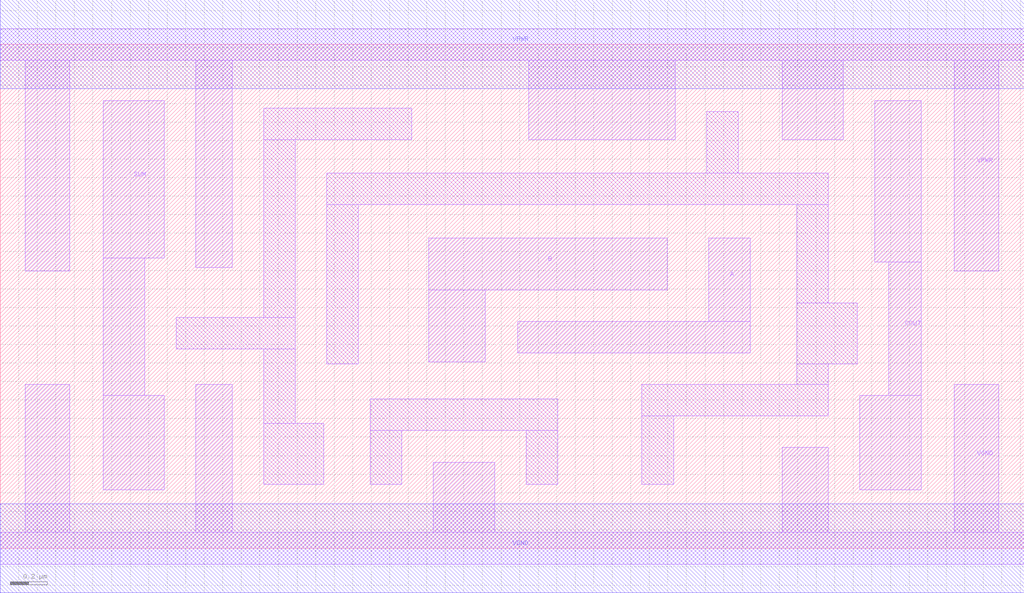
<source format=lef>
# Copyright 2020 The SkyWater PDK Authors
#
# Licensed under the Apache License, Version 2.0 (the "License");
# you may not use this file except in compliance with the License.
# You may obtain a copy of the License at
#
#     https://www.apache.org/licenses/LICENSE-2.0
#
# Unless required by applicable law or agreed to in writing, software
# distributed under the License is distributed on an "AS IS" BASIS,
# WITHOUT WARRANTIES OR CONDITIONS OF ANY KIND, either express or implied.
# See the License for the specific language governing permissions and
# limitations under the License.
#
# SPDX-License-Identifier: Apache-2.0

VERSION 5.5 ;
NAMESCASESENSITIVE ON ;
BUSBITCHARS "[]" ;
DIVIDERCHAR "/" ;
MACRO sky130_fd_sc_hd__ha_2
  CLASS CORE ;
  SOURCE USER ;
  ORIGIN  0.000000  0.000000 ;
  SIZE  5.520000 BY  2.720000 ;
  SYMMETRY X Y R90 ;
  SITE unithd ;
  PIN A
    ANTENNAGATEAREA  0.318000 ;
    DIRECTION INPUT ;
    USE SIGNAL ;
    PORT
      LAYER li1 ;
        RECT 2.790000 1.055000 4.045000 1.225000 ;
        RECT 3.820000 1.225000 4.045000 1.675000 ;
    END
  END A
  PIN B
    ANTENNAGATEAREA  0.318000 ;
    DIRECTION INPUT ;
    USE SIGNAL ;
    PORT
      LAYER li1 ;
        RECT 2.310000 1.005000 2.615000 1.395000 ;
        RECT 2.310000 1.395000 3.595000 1.675000 ;
    END
  END B
  PIN COUT
    ANTENNADIFFAREA  0.511500 ;
    DIRECTION OUTPUT ;
    USE SIGNAL ;
    PORT
      LAYER li1 ;
        RECT 4.635000 0.315000 4.965000 0.825000 ;
        RECT 4.715000 1.545000 4.965000 2.415000 ;
        RECT 4.790000 0.825000 4.965000 1.545000 ;
    END
  END COUT
  PIN SUM
    ANTENNADIFFAREA  0.511500 ;
    DIRECTION OUTPUT ;
    USE SIGNAL ;
    PORT
      LAYER li1 ;
        RECT 0.555000 0.315000 0.885000 0.825000 ;
        RECT 0.555000 0.825000 0.780000 1.565000 ;
        RECT 0.555000 1.565000 0.885000 2.415000 ;
    END
  END SUM
  PIN VGND
    DIRECTION INOUT ;
    SHAPE ABUTMENT ;
    USE GROUND ;
    PORT
      LAYER li1 ;
        RECT 0.000000 -0.085000 5.520000 0.085000 ;
        RECT 0.135000  0.085000 0.375000 0.885000 ;
        RECT 1.055000  0.085000 1.250000 0.885000 ;
        RECT 2.335000  0.085000 2.665000 0.465000 ;
        RECT 4.215000  0.085000 4.465000 0.545000 ;
        RECT 5.145000  0.085000 5.385000 0.885000 ;
    END
    PORT
      LAYER met1 ;
        RECT 0.000000 -0.240000 5.520000 0.240000 ;
    END
  END VGND
  PIN VNB
    DIRECTION INOUT ;
    USE GROUND ;
    PORT
    END
  END VNB
  PIN VPB
    DIRECTION INOUT ;
    USE POWER ;
    PORT
    END
  END VPB
  PIN VPWR
    DIRECTION INOUT ;
    SHAPE ABUTMENT ;
    USE POWER ;
    PORT
      LAYER li1 ;
        RECT 0.000000 2.635000 5.520000 2.805000 ;
        RECT 0.135000 1.495000 0.375000 2.635000 ;
        RECT 1.055000 1.515000 1.250000 2.635000 ;
        RECT 2.850000 2.205000 3.640000 2.635000 ;
        RECT 4.215000 2.205000 4.545000 2.635000 ;
        RECT 5.145000 1.495000 5.385000 2.635000 ;
    END
    PORT
      LAYER met1 ;
        RECT 0.000000 2.480000 5.520000 2.960000 ;
    END
  END VPWR
  OBS
    LAYER li1 ;
      RECT 0.950000 1.075000 1.590000 1.245000 ;
      RECT 1.420000 0.345000 1.745000 0.675000 ;
      RECT 1.420000 0.675000 1.590000 1.075000 ;
      RECT 1.420000 1.245000 1.590000 2.205000 ;
      RECT 1.420000 2.205000 2.220000 2.375000 ;
      RECT 1.760000 0.995000 1.930000 1.855000 ;
      RECT 1.760000 1.855000 4.465000 2.025000 ;
      RECT 1.995000 0.345000 2.165000 0.635000 ;
      RECT 1.995000 0.635000 3.005000 0.805000 ;
      RECT 2.835000 0.345000 3.005000 0.635000 ;
      RECT 3.460000 0.345000 3.630000 0.715000 ;
      RECT 3.460000 0.715000 4.465000 0.885000 ;
      RECT 3.810000 2.025000 3.980000 2.355000 ;
      RECT 4.295000 0.885000 4.465000 0.995000 ;
      RECT 4.295000 0.995000 4.620000 1.325000 ;
      RECT 4.295000 1.325000 4.465000 1.855000 ;
  END
END sky130_fd_sc_hd__ha_2
END LIBRARY

</source>
